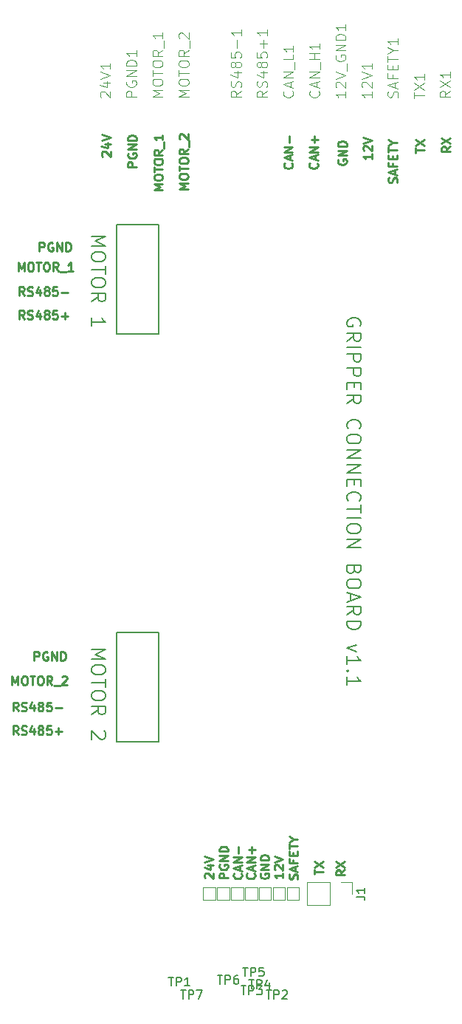
<source format=gbr>
%TF.GenerationSoftware,KiCad,Pcbnew,(5.99.0-12980-gcf6acae791)*%
%TF.CreationDate,2022-01-08T17:20:55+01:00*%
%TF.ProjectId,GRIPPER_TWO_ADVANCED_CONECTION_BOARD,47524950-5045-4525-9f54-574f5f414456,rev?*%
%TF.SameCoordinates,Original*%
%TF.FileFunction,Legend,Top*%
%TF.FilePolarity,Positive*%
%FSLAX46Y46*%
G04 Gerber Fmt 4.6, Leading zero omitted, Abs format (unit mm)*
G04 Created by KiCad (PCBNEW (5.99.0-12980-gcf6acae791)) date 2022-01-08 17:20:55*
%MOMM*%
%LPD*%
G01*
G04 APERTURE LIST*
%ADD10C,0.127000*%
%ADD11C,0.250000*%
%ADD12C,0.142240*%
%ADD13C,0.101600*%
%ADD14C,0.150000*%
%ADD15C,0.120000*%
G04 APERTURE END LIST*
D10*
X148396400Y-84811100D02*
X143596400Y-84811100D01*
X143596400Y-131561100D02*
X143596400Y-119061100D01*
X148396400Y-72311100D02*
X148396400Y-84811100D01*
X143596400Y-119061100D02*
X148396400Y-119061100D01*
X148396400Y-119061100D02*
X148396400Y-131561100D01*
X143596400Y-84811100D02*
X143596400Y-72311100D01*
X143596400Y-72311100D02*
X148396400Y-72311100D01*
X148396400Y-131561100D02*
X143596400Y-131561100D01*
D11*
X145852380Y-65685714D02*
X144852380Y-65685714D01*
X144852380Y-65304761D01*
X144900000Y-65209523D01*
X144947619Y-65161904D01*
X145042857Y-65114285D01*
X145185714Y-65114285D01*
X145280952Y-65161904D01*
X145328571Y-65209523D01*
X145376190Y-65304761D01*
X145376190Y-65685714D01*
X144900000Y-64161904D02*
X144852380Y-64257142D01*
X144852380Y-64400000D01*
X144900000Y-64542857D01*
X144995238Y-64638095D01*
X145090476Y-64685714D01*
X145280952Y-64733333D01*
X145423809Y-64733333D01*
X145614285Y-64685714D01*
X145709523Y-64638095D01*
X145804761Y-64542857D01*
X145852380Y-64400000D01*
X145852380Y-64304761D01*
X145804761Y-64161904D01*
X145757142Y-64114285D01*
X145423809Y-64114285D01*
X145423809Y-64304761D01*
X145852380Y-63685714D02*
X144852380Y-63685714D01*
X145852380Y-63114285D01*
X144852380Y-63114285D01*
X145852380Y-62638095D02*
X144852380Y-62638095D01*
X144852380Y-62400000D01*
X144900000Y-62257142D01*
X144995238Y-62161904D01*
X145090476Y-62114285D01*
X145280952Y-62066666D01*
X145423809Y-62066666D01*
X145614285Y-62114285D01*
X145709523Y-62161904D01*
X145804761Y-62257142D01*
X145852380Y-62400000D01*
X145852380Y-62638095D01*
X164304761Y-147304761D02*
X164352380Y-147161904D01*
X164352380Y-146923809D01*
X164304761Y-146828571D01*
X164257142Y-146780952D01*
X164161904Y-146733333D01*
X164066666Y-146733333D01*
X163971428Y-146780952D01*
X163923809Y-146828571D01*
X163876190Y-146923809D01*
X163828571Y-147114285D01*
X163780952Y-147209523D01*
X163733333Y-147257142D01*
X163638095Y-147304761D01*
X163542857Y-147304761D01*
X163447619Y-147257142D01*
X163400000Y-147209523D01*
X163352380Y-147114285D01*
X163352380Y-146876190D01*
X163400000Y-146733333D01*
X164066666Y-146352380D02*
X164066666Y-145876190D01*
X164352380Y-146447619D02*
X163352380Y-146114285D01*
X164352380Y-145780952D01*
X163828571Y-145114285D02*
X163828571Y-145447619D01*
X164352380Y-145447619D02*
X163352380Y-145447619D01*
X163352380Y-144971428D01*
X163828571Y-144590476D02*
X163828571Y-144257142D01*
X164352380Y-144114285D02*
X164352380Y-144590476D01*
X163352380Y-144590476D01*
X163352380Y-144114285D01*
X163352380Y-143828571D02*
X163352380Y-143257142D01*
X164352380Y-143542857D02*
X163352380Y-143542857D01*
X163876190Y-142733333D02*
X164352380Y-142733333D01*
X163352380Y-143066666D02*
X163876190Y-142733333D01*
X163352380Y-142400000D01*
X132285714Y-130752380D02*
X131952380Y-130276190D01*
X131714285Y-130752380D02*
X131714285Y-129752380D01*
X132095238Y-129752380D01*
X132190476Y-129800000D01*
X132238095Y-129847619D01*
X132285714Y-129942857D01*
X132285714Y-130085714D01*
X132238095Y-130180952D01*
X132190476Y-130228571D01*
X132095238Y-130276190D01*
X131714285Y-130276190D01*
X132666666Y-130704761D02*
X132809523Y-130752380D01*
X133047619Y-130752380D01*
X133142857Y-130704761D01*
X133190476Y-130657142D01*
X133238095Y-130561904D01*
X133238095Y-130466666D01*
X133190476Y-130371428D01*
X133142857Y-130323809D01*
X133047619Y-130276190D01*
X132857142Y-130228571D01*
X132761904Y-130180952D01*
X132714285Y-130133333D01*
X132666666Y-130038095D01*
X132666666Y-129942857D01*
X132714285Y-129847619D01*
X132761904Y-129800000D01*
X132857142Y-129752380D01*
X133095238Y-129752380D01*
X133238095Y-129800000D01*
X134095238Y-130085714D02*
X134095238Y-130752380D01*
X133857142Y-129704761D02*
X133619047Y-130419047D01*
X134238095Y-130419047D01*
X134761904Y-130180952D02*
X134666666Y-130133333D01*
X134619047Y-130085714D01*
X134571428Y-129990476D01*
X134571428Y-129942857D01*
X134619047Y-129847619D01*
X134666666Y-129800000D01*
X134761904Y-129752380D01*
X134952380Y-129752380D01*
X135047619Y-129800000D01*
X135095238Y-129847619D01*
X135142857Y-129942857D01*
X135142857Y-129990476D01*
X135095238Y-130085714D01*
X135047619Y-130133333D01*
X134952380Y-130180952D01*
X134761904Y-130180952D01*
X134666666Y-130228571D01*
X134619047Y-130276190D01*
X134571428Y-130371428D01*
X134571428Y-130561904D01*
X134619047Y-130657142D01*
X134666666Y-130704761D01*
X134761904Y-130752380D01*
X134952380Y-130752380D01*
X135047619Y-130704761D01*
X135095238Y-130657142D01*
X135142857Y-130561904D01*
X135142857Y-130371428D01*
X135095238Y-130276190D01*
X135047619Y-130228571D01*
X134952380Y-130180952D01*
X136047619Y-129752380D02*
X135571428Y-129752380D01*
X135523809Y-130228571D01*
X135571428Y-130180952D01*
X135666666Y-130133333D01*
X135904761Y-130133333D01*
X136000000Y-130180952D01*
X136047619Y-130228571D01*
X136095238Y-130323809D01*
X136095238Y-130561904D01*
X136047619Y-130657142D01*
X136000000Y-130704761D01*
X135904761Y-130752380D01*
X135666666Y-130752380D01*
X135571428Y-130704761D01*
X135523809Y-130657142D01*
X136523809Y-130371428D02*
X137285714Y-130371428D01*
X136904761Y-130752380D02*
X136904761Y-129990476D01*
X132285714Y-128052380D02*
X131952380Y-127576190D01*
X131714285Y-128052380D02*
X131714285Y-127052380D01*
X132095238Y-127052380D01*
X132190476Y-127100000D01*
X132238095Y-127147619D01*
X132285714Y-127242857D01*
X132285714Y-127385714D01*
X132238095Y-127480952D01*
X132190476Y-127528571D01*
X132095238Y-127576190D01*
X131714285Y-127576190D01*
X132666666Y-128004761D02*
X132809523Y-128052380D01*
X133047619Y-128052380D01*
X133142857Y-128004761D01*
X133190476Y-127957142D01*
X133238095Y-127861904D01*
X133238095Y-127766666D01*
X133190476Y-127671428D01*
X133142857Y-127623809D01*
X133047619Y-127576190D01*
X132857142Y-127528571D01*
X132761904Y-127480952D01*
X132714285Y-127433333D01*
X132666666Y-127338095D01*
X132666666Y-127242857D01*
X132714285Y-127147619D01*
X132761904Y-127100000D01*
X132857142Y-127052380D01*
X133095238Y-127052380D01*
X133238095Y-127100000D01*
X134095238Y-127385714D02*
X134095238Y-128052380D01*
X133857142Y-127004761D02*
X133619047Y-127719047D01*
X134238095Y-127719047D01*
X134761904Y-127480952D02*
X134666666Y-127433333D01*
X134619047Y-127385714D01*
X134571428Y-127290476D01*
X134571428Y-127242857D01*
X134619047Y-127147619D01*
X134666666Y-127100000D01*
X134761904Y-127052380D01*
X134952380Y-127052380D01*
X135047619Y-127100000D01*
X135095238Y-127147619D01*
X135142857Y-127242857D01*
X135142857Y-127290476D01*
X135095238Y-127385714D01*
X135047619Y-127433333D01*
X134952380Y-127480952D01*
X134761904Y-127480952D01*
X134666666Y-127528571D01*
X134619047Y-127576190D01*
X134571428Y-127671428D01*
X134571428Y-127861904D01*
X134619047Y-127957142D01*
X134666666Y-128004761D01*
X134761904Y-128052380D01*
X134952380Y-128052380D01*
X135047619Y-128004761D01*
X135095238Y-127957142D01*
X135142857Y-127861904D01*
X135142857Y-127671428D01*
X135095238Y-127576190D01*
X135047619Y-127528571D01*
X134952380Y-127480952D01*
X136047619Y-127052380D02*
X135571428Y-127052380D01*
X135523809Y-127528571D01*
X135571428Y-127480952D01*
X135666666Y-127433333D01*
X135904761Y-127433333D01*
X136000000Y-127480952D01*
X136047619Y-127528571D01*
X136095238Y-127623809D01*
X136095238Y-127861904D01*
X136047619Y-127957142D01*
X136000000Y-128004761D01*
X135904761Y-128052380D01*
X135666666Y-128052380D01*
X135571428Y-128004761D01*
X135523809Y-127957142D01*
X136523809Y-127671428D02*
X137285714Y-127671428D01*
X162652380Y-146619047D02*
X162652380Y-147190476D01*
X162652380Y-146904761D02*
X161652380Y-146904761D01*
X161795238Y-147000000D01*
X161890476Y-147095238D01*
X161938095Y-147190476D01*
X161747619Y-146238095D02*
X161700000Y-146190476D01*
X161652380Y-146095238D01*
X161652380Y-145857142D01*
X161700000Y-145761904D01*
X161747619Y-145714285D01*
X161842857Y-145666666D01*
X161938095Y-145666666D01*
X162080952Y-145714285D01*
X162652380Y-146285714D01*
X162652380Y-145666666D01*
X161652380Y-145380952D02*
X162652380Y-145047619D01*
X161652380Y-144714285D01*
X169752380Y-146266666D02*
X169276190Y-146600000D01*
X169752380Y-146838095D02*
X168752380Y-146838095D01*
X168752380Y-146457142D01*
X168800000Y-146361904D01*
X168847619Y-146314285D01*
X168942857Y-146266666D01*
X169085714Y-146266666D01*
X169180952Y-146314285D01*
X169228571Y-146361904D01*
X169276190Y-146457142D01*
X169276190Y-146838095D01*
X168752380Y-145933333D02*
X169752380Y-145266666D01*
X168752380Y-145266666D02*
X169752380Y-145933333D01*
X169000000Y-64861904D02*
X168952380Y-64957142D01*
X168952380Y-65100000D01*
X169000000Y-65242857D01*
X169095238Y-65338095D01*
X169190476Y-65385714D01*
X169380952Y-65433333D01*
X169523809Y-65433333D01*
X169714285Y-65385714D01*
X169809523Y-65338095D01*
X169904761Y-65242857D01*
X169952380Y-65100000D01*
X169952380Y-65004761D01*
X169904761Y-64861904D01*
X169857142Y-64814285D01*
X169523809Y-64814285D01*
X169523809Y-65004761D01*
X169952380Y-64385714D02*
X168952380Y-64385714D01*
X169952380Y-63814285D01*
X168952380Y-63814285D01*
X169952380Y-63338095D02*
X168952380Y-63338095D01*
X168952380Y-63100000D01*
X169000000Y-62957142D01*
X169095238Y-62861904D01*
X169190476Y-62814285D01*
X169380952Y-62766666D01*
X169523809Y-62766666D01*
X169714285Y-62814285D01*
X169809523Y-62861904D01*
X169904761Y-62957142D01*
X169952380Y-63100000D01*
X169952380Y-63338095D01*
D12*
X171535760Y-83938749D02*
X171613653Y-83782962D01*
X171613653Y-83549282D01*
X171535760Y-83315602D01*
X171379973Y-83159816D01*
X171224186Y-83081922D01*
X170912613Y-83004029D01*
X170678933Y-83004029D01*
X170367360Y-83081922D01*
X170211573Y-83159816D01*
X170055786Y-83315602D01*
X169977893Y-83549282D01*
X169977893Y-83705069D01*
X170055786Y-83938749D01*
X170133680Y-84016642D01*
X170678933Y-84016642D01*
X170678933Y-83705069D01*
X169977893Y-85652402D02*
X170756826Y-85107149D01*
X169977893Y-84717682D02*
X171613653Y-84717682D01*
X171613653Y-85340829D01*
X171535760Y-85496616D01*
X171457866Y-85574509D01*
X171302080Y-85652402D01*
X171068400Y-85652402D01*
X170912613Y-85574509D01*
X170834720Y-85496616D01*
X170756826Y-85340829D01*
X170756826Y-84717682D01*
X169977893Y-86353442D02*
X171613653Y-86353442D01*
X169977893Y-87132376D02*
X171613653Y-87132376D01*
X171613653Y-87755522D01*
X171535760Y-87911309D01*
X171457866Y-87989202D01*
X171302080Y-88067096D01*
X171068400Y-88067096D01*
X170912613Y-87989202D01*
X170834720Y-87911309D01*
X170756826Y-87755522D01*
X170756826Y-87132376D01*
X169977893Y-88768136D02*
X171613653Y-88768136D01*
X171613653Y-89391282D01*
X171535760Y-89547069D01*
X171457866Y-89624962D01*
X171302080Y-89702856D01*
X171068400Y-89702856D01*
X170912613Y-89624962D01*
X170834720Y-89547069D01*
X170756826Y-89391282D01*
X170756826Y-88768136D01*
X170834720Y-90403896D02*
X170834720Y-90949149D01*
X169977893Y-91182829D02*
X169977893Y-90403896D01*
X171613653Y-90403896D01*
X171613653Y-91182829D01*
X169977893Y-92818589D02*
X170756826Y-92273336D01*
X169977893Y-91883869D02*
X171613653Y-91883869D01*
X171613653Y-92507016D01*
X171535760Y-92662802D01*
X171457866Y-92740696D01*
X171302080Y-92818589D01*
X171068400Y-92818589D01*
X170912613Y-92740696D01*
X170834720Y-92662802D01*
X170756826Y-92507016D01*
X170756826Y-91883869D01*
X170133680Y-95700642D02*
X170055786Y-95622749D01*
X169977893Y-95389069D01*
X169977893Y-95233282D01*
X170055786Y-94999602D01*
X170211573Y-94843816D01*
X170367360Y-94765922D01*
X170678933Y-94688029D01*
X170912613Y-94688029D01*
X171224186Y-94765922D01*
X171379973Y-94843816D01*
X171535760Y-94999602D01*
X171613653Y-95233282D01*
X171613653Y-95389069D01*
X171535760Y-95622749D01*
X171457866Y-95700642D01*
X171613653Y-96713256D02*
X171613653Y-97024829D01*
X171535760Y-97180616D01*
X171379973Y-97336402D01*
X171068400Y-97414296D01*
X170523146Y-97414296D01*
X170211573Y-97336402D01*
X170055786Y-97180616D01*
X169977893Y-97024829D01*
X169977893Y-96713256D01*
X170055786Y-96557469D01*
X170211573Y-96401682D01*
X170523146Y-96323789D01*
X171068400Y-96323789D01*
X171379973Y-96401682D01*
X171535760Y-96557469D01*
X171613653Y-96713256D01*
X169977893Y-98115336D02*
X171613653Y-98115336D01*
X169977893Y-99050056D01*
X171613653Y-99050056D01*
X169977893Y-99828989D02*
X171613653Y-99828989D01*
X169977893Y-100763709D01*
X171613653Y-100763709D01*
X170834720Y-101542642D02*
X170834720Y-102087896D01*
X169977893Y-102321576D02*
X169977893Y-101542642D01*
X171613653Y-101542642D01*
X171613653Y-102321576D01*
X170133680Y-103957336D02*
X170055786Y-103879442D01*
X169977893Y-103645762D01*
X169977893Y-103489976D01*
X170055786Y-103256296D01*
X170211573Y-103100509D01*
X170367360Y-103022616D01*
X170678933Y-102944722D01*
X170912613Y-102944722D01*
X171224186Y-103022616D01*
X171379973Y-103100509D01*
X171535760Y-103256296D01*
X171613653Y-103489976D01*
X171613653Y-103645762D01*
X171535760Y-103879442D01*
X171457866Y-103957336D01*
X171613653Y-104424696D02*
X171613653Y-105359416D01*
X169977893Y-104892056D02*
X171613653Y-104892056D01*
X169977893Y-105904669D02*
X171613653Y-105904669D01*
X171613653Y-106995176D02*
X171613653Y-107306749D01*
X171535760Y-107462536D01*
X171379973Y-107618322D01*
X171068400Y-107696216D01*
X170523146Y-107696216D01*
X170211573Y-107618322D01*
X170055786Y-107462536D01*
X169977893Y-107306749D01*
X169977893Y-106995176D01*
X170055786Y-106839389D01*
X170211573Y-106683602D01*
X170523146Y-106605709D01*
X171068400Y-106605709D01*
X171379973Y-106683602D01*
X171535760Y-106839389D01*
X171613653Y-106995176D01*
X169977893Y-108397256D02*
X171613653Y-108397256D01*
X169977893Y-109331976D01*
X171613653Y-109331976D01*
X170834720Y-111902456D02*
X170756826Y-112136136D01*
X170678933Y-112214029D01*
X170523146Y-112291922D01*
X170289466Y-112291922D01*
X170133680Y-112214029D01*
X170055786Y-112136136D01*
X169977893Y-111980349D01*
X169977893Y-111357202D01*
X171613653Y-111357202D01*
X171613653Y-111902456D01*
X171535760Y-112058242D01*
X171457866Y-112136136D01*
X171302080Y-112214029D01*
X171146293Y-112214029D01*
X170990506Y-112136136D01*
X170912613Y-112058242D01*
X170834720Y-111902456D01*
X170834720Y-111357202D01*
X171613653Y-113304536D02*
X171613653Y-113616109D01*
X171535760Y-113771896D01*
X171379973Y-113927682D01*
X171068400Y-114005576D01*
X170523146Y-114005576D01*
X170211573Y-113927682D01*
X170055786Y-113771896D01*
X169977893Y-113616109D01*
X169977893Y-113304536D01*
X170055786Y-113148749D01*
X170211573Y-112992962D01*
X170523146Y-112915069D01*
X171068400Y-112915069D01*
X171379973Y-112992962D01*
X171535760Y-113148749D01*
X171613653Y-113304536D01*
X170445253Y-114628722D02*
X170445253Y-115407656D01*
X169977893Y-114472936D02*
X171613653Y-115018189D01*
X169977893Y-115563442D01*
X169977893Y-117043416D02*
X170756826Y-116498162D01*
X169977893Y-116108696D02*
X171613653Y-116108696D01*
X171613653Y-116731842D01*
X171535760Y-116887629D01*
X171457866Y-116965522D01*
X171302080Y-117043416D01*
X171068400Y-117043416D01*
X170912613Y-116965522D01*
X170834720Y-116887629D01*
X170756826Y-116731842D01*
X170756826Y-116108696D01*
X169977893Y-117744456D02*
X171613653Y-117744456D01*
X171613653Y-118133922D01*
X171535760Y-118367602D01*
X171379973Y-118523389D01*
X171224186Y-118601282D01*
X170912613Y-118679176D01*
X170678933Y-118679176D01*
X170367360Y-118601282D01*
X170211573Y-118523389D01*
X170055786Y-118367602D01*
X169977893Y-118133922D01*
X169977893Y-117744456D01*
X171068400Y-120470722D02*
X169977893Y-120860189D01*
X171068400Y-121249656D01*
X169977893Y-122729629D02*
X169977893Y-121794909D01*
X169977893Y-122262269D02*
X171613653Y-122262269D01*
X171379973Y-122106482D01*
X171224186Y-121950696D01*
X171146293Y-121794909D01*
X170133680Y-123430669D02*
X170055786Y-123508562D01*
X169977893Y-123430669D01*
X170055786Y-123352776D01*
X170133680Y-123430669D01*
X169977893Y-123430669D01*
X169977893Y-125066429D02*
X169977893Y-124131709D01*
X169977893Y-124599069D02*
X171613653Y-124599069D01*
X171379973Y-124443282D01*
X171224186Y-124287496D01*
X171146293Y-124131709D01*
D11*
X131580952Y-125052380D02*
X131580952Y-124052380D01*
X131914285Y-124766666D01*
X132247619Y-124052380D01*
X132247619Y-125052380D01*
X132914285Y-124052380D02*
X133104761Y-124052380D01*
X133200000Y-124100000D01*
X133295238Y-124195238D01*
X133342857Y-124385714D01*
X133342857Y-124719047D01*
X133295238Y-124909523D01*
X133200000Y-125004761D01*
X133104761Y-125052380D01*
X132914285Y-125052380D01*
X132819047Y-125004761D01*
X132723809Y-124909523D01*
X132676190Y-124719047D01*
X132676190Y-124385714D01*
X132723809Y-124195238D01*
X132819047Y-124100000D01*
X132914285Y-124052380D01*
X133628571Y-124052380D02*
X134200000Y-124052380D01*
X133914285Y-125052380D02*
X133914285Y-124052380D01*
X134723809Y-124052380D02*
X134914285Y-124052380D01*
X135009523Y-124100000D01*
X135104761Y-124195238D01*
X135152380Y-124385714D01*
X135152380Y-124719047D01*
X135104761Y-124909523D01*
X135009523Y-125004761D01*
X134914285Y-125052380D01*
X134723809Y-125052380D01*
X134628571Y-125004761D01*
X134533333Y-124909523D01*
X134485714Y-124719047D01*
X134485714Y-124385714D01*
X134533333Y-124195238D01*
X134628571Y-124100000D01*
X134723809Y-124052380D01*
X136152380Y-125052380D02*
X135819047Y-124576190D01*
X135580952Y-125052380D02*
X135580952Y-124052380D01*
X135961904Y-124052380D01*
X136057142Y-124100000D01*
X136104761Y-124147619D01*
X136152380Y-124242857D01*
X136152380Y-124385714D01*
X136104761Y-124480952D01*
X136057142Y-124528571D01*
X135961904Y-124576190D01*
X135580952Y-124576190D01*
X136342857Y-125147619D02*
X137104761Y-125147619D01*
X137295238Y-124147619D02*
X137342857Y-124100000D01*
X137438095Y-124052380D01*
X137676190Y-124052380D01*
X137771428Y-124100000D01*
X137819047Y-124147619D01*
X137866666Y-124242857D01*
X137866666Y-124338095D01*
X137819047Y-124480952D01*
X137247619Y-125052380D01*
X137866666Y-125052380D01*
X166252380Y-146761904D02*
X166252380Y-146190476D01*
X167252380Y-146476190D02*
X166252380Y-146476190D01*
X166252380Y-145952380D02*
X167252380Y-145285714D01*
X166252380Y-145285714D02*
X167252380Y-145952380D01*
X134714285Y-75352380D02*
X134714285Y-74352380D01*
X135095238Y-74352380D01*
X135190476Y-74400000D01*
X135238095Y-74447619D01*
X135285714Y-74542857D01*
X135285714Y-74685714D01*
X135238095Y-74780952D01*
X135190476Y-74828571D01*
X135095238Y-74876190D01*
X134714285Y-74876190D01*
X136238095Y-74400000D02*
X136142857Y-74352380D01*
X136000000Y-74352380D01*
X135857142Y-74400000D01*
X135761904Y-74495238D01*
X135714285Y-74590476D01*
X135666666Y-74780952D01*
X135666666Y-74923809D01*
X135714285Y-75114285D01*
X135761904Y-75209523D01*
X135857142Y-75304761D01*
X136000000Y-75352380D01*
X136095238Y-75352380D01*
X136238095Y-75304761D01*
X136285714Y-75257142D01*
X136285714Y-74923809D01*
X136095238Y-74923809D01*
X136714285Y-75352380D02*
X136714285Y-74352380D01*
X137285714Y-75352380D01*
X137285714Y-74352380D01*
X137761904Y-75352380D02*
X137761904Y-74352380D01*
X138000000Y-74352380D01*
X138142857Y-74400000D01*
X138238095Y-74495238D01*
X138285714Y-74590476D01*
X138333333Y-74780952D01*
X138333333Y-74923809D01*
X138285714Y-75114285D01*
X138238095Y-75209523D01*
X138142857Y-75304761D01*
X138000000Y-75352380D01*
X137761904Y-75352380D01*
X181852380Y-63366666D02*
X181376190Y-63700000D01*
X181852380Y-63938095D02*
X180852380Y-63938095D01*
X180852380Y-63557142D01*
X180900000Y-63461904D01*
X180947619Y-63414285D01*
X181042857Y-63366666D01*
X181185714Y-63366666D01*
X181280952Y-63414285D01*
X181328571Y-63461904D01*
X181376190Y-63557142D01*
X181376190Y-63938095D01*
X180852380Y-63033333D02*
X181852380Y-62366666D01*
X180852380Y-62366666D02*
X181852380Y-63033333D01*
X159357142Y-146661904D02*
X159404761Y-146709523D01*
X159452380Y-146852380D01*
X159452380Y-146947619D01*
X159404761Y-147090476D01*
X159309523Y-147185714D01*
X159214285Y-147233333D01*
X159023809Y-147280952D01*
X158880952Y-147280952D01*
X158690476Y-147233333D01*
X158595238Y-147185714D01*
X158500000Y-147090476D01*
X158452380Y-146947619D01*
X158452380Y-146852380D01*
X158500000Y-146709523D01*
X158547619Y-146661904D01*
X159166666Y-146280952D02*
X159166666Y-145804761D01*
X159452380Y-146376190D02*
X158452380Y-146042857D01*
X159452380Y-145709523D01*
X159452380Y-145376190D02*
X158452380Y-145376190D01*
X159452380Y-144804761D01*
X158452380Y-144804761D01*
X159071428Y-144328571D02*
X159071428Y-143566666D01*
X159452380Y-143947619D02*
X158690476Y-143947619D01*
X175704761Y-67504761D02*
X175752380Y-67361904D01*
X175752380Y-67123809D01*
X175704761Y-67028571D01*
X175657142Y-66980952D01*
X175561904Y-66933333D01*
X175466666Y-66933333D01*
X175371428Y-66980952D01*
X175323809Y-67028571D01*
X175276190Y-67123809D01*
X175228571Y-67314285D01*
X175180952Y-67409523D01*
X175133333Y-67457142D01*
X175038095Y-67504761D01*
X174942857Y-67504761D01*
X174847619Y-67457142D01*
X174800000Y-67409523D01*
X174752380Y-67314285D01*
X174752380Y-67076190D01*
X174800000Y-66933333D01*
X175466666Y-66552380D02*
X175466666Y-66076190D01*
X175752380Y-66647619D02*
X174752380Y-66314285D01*
X175752380Y-65980952D01*
X175228571Y-65314285D02*
X175228571Y-65647619D01*
X175752380Y-65647619D02*
X174752380Y-65647619D01*
X174752380Y-65171428D01*
X175228571Y-64790476D02*
X175228571Y-64457142D01*
X175752380Y-64314285D02*
X175752380Y-64790476D01*
X174752380Y-64790476D01*
X174752380Y-64314285D01*
X174752380Y-64028571D02*
X174752380Y-63457142D01*
X175752380Y-63742857D02*
X174752380Y-63742857D01*
X175276190Y-62933333D02*
X175752380Y-62933333D01*
X174752380Y-63266666D02*
X175276190Y-62933333D01*
X174752380Y-62600000D01*
X132985714Y-83152380D02*
X132652380Y-82676190D01*
X132414285Y-83152380D02*
X132414285Y-82152380D01*
X132795238Y-82152380D01*
X132890476Y-82200000D01*
X132938095Y-82247619D01*
X132985714Y-82342857D01*
X132985714Y-82485714D01*
X132938095Y-82580952D01*
X132890476Y-82628571D01*
X132795238Y-82676190D01*
X132414285Y-82676190D01*
X133366666Y-83104761D02*
X133509523Y-83152380D01*
X133747619Y-83152380D01*
X133842857Y-83104761D01*
X133890476Y-83057142D01*
X133938095Y-82961904D01*
X133938095Y-82866666D01*
X133890476Y-82771428D01*
X133842857Y-82723809D01*
X133747619Y-82676190D01*
X133557142Y-82628571D01*
X133461904Y-82580952D01*
X133414285Y-82533333D01*
X133366666Y-82438095D01*
X133366666Y-82342857D01*
X133414285Y-82247619D01*
X133461904Y-82200000D01*
X133557142Y-82152380D01*
X133795238Y-82152380D01*
X133938095Y-82200000D01*
X134795238Y-82485714D02*
X134795238Y-83152380D01*
X134557142Y-82104761D02*
X134319047Y-82819047D01*
X134938095Y-82819047D01*
X135461904Y-82580952D02*
X135366666Y-82533333D01*
X135319047Y-82485714D01*
X135271428Y-82390476D01*
X135271428Y-82342857D01*
X135319047Y-82247619D01*
X135366666Y-82200000D01*
X135461904Y-82152380D01*
X135652380Y-82152380D01*
X135747619Y-82200000D01*
X135795238Y-82247619D01*
X135842857Y-82342857D01*
X135842857Y-82390476D01*
X135795238Y-82485714D01*
X135747619Y-82533333D01*
X135652380Y-82580952D01*
X135461904Y-82580952D01*
X135366666Y-82628571D01*
X135319047Y-82676190D01*
X135271428Y-82771428D01*
X135271428Y-82961904D01*
X135319047Y-83057142D01*
X135366666Y-83104761D01*
X135461904Y-83152380D01*
X135652380Y-83152380D01*
X135747619Y-83104761D01*
X135795238Y-83057142D01*
X135842857Y-82961904D01*
X135842857Y-82771428D01*
X135795238Y-82676190D01*
X135747619Y-82628571D01*
X135652380Y-82580952D01*
X136747619Y-82152380D02*
X136271428Y-82152380D01*
X136223809Y-82628571D01*
X136271428Y-82580952D01*
X136366666Y-82533333D01*
X136604761Y-82533333D01*
X136700000Y-82580952D01*
X136747619Y-82628571D01*
X136795238Y-82723809D01*
X136795238Y-82961904D01*
X136747619Y-83057142D01*
X136700000Y-83104761D01*
X136604761Y-83152380D01*
X136366666Y-83152380D01*
X136271428Y-83104761D01*
X136223809Y-83057142D01*
X137223809Y-82771428D02*
X137985714Y-82771428D01*
X137604761Y-83152380D02*
X137604761Y-82390476D01*
X151752380Y-68219047D02*
X150752380Y-68219047D01*
X151466666Y-67885714D01*
X150752380Y-67552380D01*
X151752380Y-67552380D01*
X150752380Y-66885714D02*
X150752380Y-66695238D01*
X150800000Y-66600000D01*
X150895238Y-66504761D01*
X151085714Y-66457142D01*
X151419047Y-66457142D01*
X151609523Y-66504761D01*
X151704761Y-66600000D01*
X151752380Y-66695238D01*
X151752380Y-66885714D01*
X151704761Y-66980952D01*
X151609523Y-67076190D01*
X151419047Y-67123809D01*
X151085714Y-67123809D01*
X150895238Y-67076190D01*
X150800000Y-66980952D01*
X150752380Y-66885714D01*
X150752380Y-66171428D02*
X150752380Y-65600000D01*
X151752380Y-65885714D02*
X150752380Y-65885714D01*
X150752380Y-65076190D02*
X150752380Y-64885714D01*
X150800000Y-64790476D01*
X150895238Y-64695238D01*
X151085714Y-64647619D01*
X151419047Y-64647619D01*
X151609523Y-64695238D01*
X151704761Y-64790476D01*
X151752380Y-64885714D01*
X151752380Y-65076190D01*
X151704761Y-65171428D01*
X151609523Y-65266666D01*
X151419047Y-65314285D01*
X151085714Y-65314285D01*
X150895238Y-65266666D01*
X150800000Y-65171428D01*
X150752380Y-65076190D01*
X151752380Y-63647619D02*
X151276190Y-63980952D01*
X151752380Y-64219047D02*
X150752380Y-64219047D01*
X150752380Y-63838095D01*
X150800000Y-63742857D01*
X150847619Y-63695238D01*
X150942857Y-63647619D01*
X151085714Y-63647619D01*
X151180952Y-63695238D01*
X151228571Y-63742857D01*
X151276190Y-63838095D01*
X151276190Y-64219047D01*
X151847619Y-63457142D02*
X151847619Y-62695238D01*
X150847619Y-62504761D02*
X150800000Y-62457142D01*
X150752380Y-62361904D01*
X150752380Y-62123809D01*
X150800000Y-62028571D01*
X150847619Y-61980952D01*
X150942857Y-61933333D01*
X151038095Y-61933333D01*
X151180952Y-61980952D01*
X151752380Y-62552380D01*
X151752380Y-61933333D01*
X132985714Y-80452380D02*
X132652380Y-79976190D01*
X132414285Y-80452380D02*
X132414285Y-79452380D01*
X132795238Y-79452380D01*
X132890476Y-79500000D01*
X132938095Y-79547619D01*
X132985714Y-79642857D01*
X132985714Y-79785714D01*
X132938095Y-79880952D01*
X132890476Y-79928571D01*
X132795238Y-79976190D01*
X132414285Y-79976190D01*
X133366666Y-80404761D02*
X133509523Y-80452380D01*
X133747619Y-80452380D01*
X133842857Y-80404761D01*
X133890476Y-80357142D01*
X133938095Y-80261904D01*
X133938095Y-80166666D01*
X133890476Y-80071428D01*
X133842857Y-80023809D01*
X133747619Y-79976190D01*
X133557142Y-79928571D01*
X133461904Y-79880952D01*
X133414285Y-79833333D01*
X133366666Y-79738095D01*
X133366666Y-79642857D01*
X133414285Y-79547619D01*
X133461904Y-79500000D01*
X133557142Y-79452380D01*
X133795238Y-79452380D01*
X133938095Y-79500000D01*
X134795238Y-79785714D02*
X134795238Y-80452380D01*
X134557142Y-79404761D02*
X134319047Y-80119047D01*
X134938095Y-80119047D01*
X135461904Y-79880952D02*
X135366666Y-79833333D01*
X135319047Y-79785714D01*
X135271428Y-79690476D01*
X135271428Y-79642857D01*
X135319047Y-79547619D01*
X135366666Y-79500000D01*
X135461904Y-79452380D01*
X135652380Y-79452380D01*
X135747619Y-79500000D01*
X135795238Y-79547619D01*
X135842857Y-79642857D01*
X135842857Y-79690476D01*
X135795238Y-79785714D01*
X135747619Y-79833333D01*
X135652380Y-79880952D01*
X135461904Y-79880952D01*
X135366666Y-79928571D01*
X135319047Y-79976190D01*
X135271428Y-80071428D01*
X135271428Y-80261904D01*
X135319047Y-80357142D01*
X135366666Y-80404761D01*
X135461904Y-80452380D01*
X135652380Y-80452380D01*
X135747619Y-80404761D01*
X135795238Y-80357142D01*
X135842857Y-80261904D01*
X135842857Y-80071428D01*
X135795238Y-79976190D01*
X135747619Y-79928571D01*
X135652380Y-79880952D01*
X136747619Y-79452380D02*
X136271428Y-79452380D01*
X136223809Y-79928571D01*
X136271428Y-79880952D01*
X136366666Y-79833333D01*
X136604761Y-79833333D01*
X136700000Y-79880952D01*
X136747619Y-79928571D01*
X136795238Y-80023809D01*
X136795238Y-80261904D01*
X136747619Y-80357142D01*
X136700000Y-80404761D01*
X136604761Y-80452380D01*
X136366666Y-80452380D01*
X136271428Y-80404761D01*
X136223809Y-80357142D01*
X137223809Y-80071428D02*
X137985714Y-80071428D01*
X153747619Y-147190476D02*
X153700000Y-147142857D01*
X153652380Y-147047619D01*
X153652380Y-146809523D01*
X153700000Y-146714285D01*
X153747619Y-146666666D01*
X153842857Y-146619047D01*
X153938095Y-146619047D01*
X154080952Y-146666666D01*
X154652380Y-147238095D01*
X154652380Y-146619047D01*
X153985714Y-145761904D02*
X154652380Y-145761904D01*
X153604761Y-146000000D02*
X154319047Y-146238095D01*
X154319047Y-145619047D01*
X153652380Y-145380952D02*
X154652380Y-145047619D01*
X153652380Y-144714285D01*
X132280952Y-77652380D02*
X132280952Y-76652380D01*
X132614285Y-77366666D01*
X132947619Y-76652380D01*
X132947619Y-77652380D01*
X133614285Y-76652380D02*
X133804761Y-76652380D01*
X133900000Y-76700000D01*
X133995238Y-76795238D01*
X134042857Y-76985714D01*
X134042857Y-77319047D01*
X133995238Y-77509523D01*
X133900000Y-77604761D01*
X133804761Y-77652380D01*
X133614285Y-77652380D01*
X133519047Y-77604761D01*
X133423809Y-77509523D01*
X133376190Y-77319047D01*
X133376190Y-76985714D01*
X133423809Y-76795238D01*
X133519047Y-76700000D01*
X133614285Y-76652380D01*
X134328571Y-76652380D02*
X134900000Y-76652380D01*
X134614285Y-77652380D02*
X134614285Y-76652380D01*
X135423809Y-76652380D02*
X135614285Y-76652380D01*
X135709523Y-76700000D01*
X135804761Y-76795238D01*
X135852380Y-76985714D01*
X135852380Y-77319047D01*
X135804761Y-77509523D01*
X135709523Y-77604761D01*
X135614285Y-77652380D01*
X135423809Y-77652380D01*
X135328571Y-77604761D01*
X135233333Y-77509523D01*
X135185714Y-77319047D01*
X135185714Y-76985714D01*
X135233333Y-76795238D01*
X135328571Y-76700000D01*
X135423809Y-76652380D01*
X136852380Y-77652380D02*
X136519047Y-77176190D01*
X136280952Y-77652380D02*
X136280952Y-76652380D01*
X136661904Y-76652380D01*
X136757142Y-76700000D01*
X136804761Y-76747619D01*
X136852380Y-76842857D01*
X136852380Y-76985714D01*
X136804761Y-77080952D01*
X136757142Y-77128571D01*
X136661904Y-77176190D01*
X136280952Y-77176190D01*
X137042857Y-77747619D02*
X137804761Y-77747619D01*
X138566666Y-77652380D02*
X137995238Y-77652380D01*
X138280952Y-77652380D02*
X138280952Y-76652380D01*
X138185714Y-76795238D01*
X138090476Y-76890476D01*
X137995238Y-76938095D01*
X141947619Y-64490476D02*
X141900000Y-64442857D01*
X141852380Y-64347619D01*
X141852380Y-64109523D01*
X141900000Y-64014285D01*
X141947619Y-63966666D01*
X142042857Y-63919047D01*
X142138095Y-63919047D01*
X142280952Y-63966666D01*
X142852380Y-64538095D01*
X142852380Y-63919047D01*
X142185714Y-63061904D02*
X142852380Y-63061904D01*
X141804761Y-63300000D02*
X142519047Y-63538095D01*
X142519047Y-62919047D01*
X141852380Y-62680952D02*
X142852380Y-62347619D01*
X141852380Y-62014285D01*
X166557142Y-65261904D02*
X166604761Y-65309523D01*
X166652380Y-65452380D01*
X166652380Y-65547619D01*
X166604761Y-65690476D01*
X166509523Y-65785714D01*
X166414285Y-65833333D01*
X166223809Y-65880952D01*
X166080952Y-65880952D01*
X165890476Y-65833333D01*
X165795238Y-65785714D01*
X165700000Y-65690476D01*
X165652380Y-65547619D01*
X165652380Y-65452380D01*
X165700000Y-65309523D01*
X165747619Y-65261904D01*
X166366666Y-64880952D02*
X166366666Y-64404761D01*
X166652380Y-64976190D02*
X165652380Y-64642857D01*
X166652380Y-64309523D01*
X166652380Y-63976190D02*
X165652380Y-63976190D01*
X166652380Y-63404761D01*
X165652380Y-63404761D01*
X166271428Y-62928571D02*
X166271428Y-62166666D01*
X166652380Y-62547619D02*
X165890476Y-62547619D01*
X157857142Y-146661904D02*
X157904761Y-146709523D01*
X157952380Y-146852380D01*
X157952380Y-146947619D01*
X157904761Y-147090476D01*
X157809523Y-147185714D01*
X157714285Y-147233333D01*
X157523809Y-147280952D01*
X157380952Y-147280952D01*
X157190476Y-147233333D01*
X157095238Y-147185714D01*
X157000000Y-147090476D01*
X156952380Y-146947619D01*
X156952380Y-146852380D01*
X157000000Y-146709523D01*
X157047619Y-146661904D01*
X157666666Y-146280952D02*
X157666666Y-145804761D01*
X157952380Y-146376190D02*
X156952380Y-146042857D01*
X157952380Y-145709523D01*
X157952380Y-145376190D02*
X156952380Y-145376190D01*
X157952380Y-144804761D01*
X156952380Y-144804761D01*
X157571428Y-144328571D02*
X157571428Y-143566666D01*
X148852380Y-68319047D02*
X147852380Y-68319047D01*
X148566666Y-67985714D01*
X147852380Y-67652380D01*
X148852380Y-67652380D01*
X147852380Y-66985714D02*
X147852380Y-66795238D01*
X147900000Y-66700000D01*
X147995238Y-66604761D01*
X148185714Y-66557142D01*
X148519047Y-66557142D01*
X148709523Y-66604761D01*
X148804761Y-66700000D01*
X148852380Y-66795238D01*
X148852380Y-66985714D01*
X148804761Y-67080952D01*
X148709523Y-67176190D01*
X148519047Y-67223809D01*
X148185714Y-67223809D01*
X147995238Y-67176190D01*
X147900000Y-67080952D01*
X147852380Y-66985714D01*
X147852380Y-66271428D02*
X147852380Y-65700000D01*
X148852380Y-65985714D02*
X147852380Y-65985714D01*
X147852380Y-65176190D02*
X147852380Y-64985714D01*
X147900000Y-64890476D01*
X147995238Y-64795238D01*
X148185714Y-64747619D01*
X148519047Y-64747619D01*
X148709523Y-64795238D01*
X148804761Y-64890476D01*
X148852380Y-64985714D01*
X148852380Y-65176190D01*
X148804761Y-65271428D01*
X148709523Y-65366666D01*
X148519047Y-65414285D01*
X148185714Y-65414285D01*
X147995238Y-65366666D01*
X147900000Y-65271428D01*
X147852380Y-65176190D01*
X148852380Y-63747619D02*
X148376190Y-64080952D01*
X148852380Y-64319047D02*
X147852380Y-64319047D01*
X147852380Y-63938095D01*
X147900000Y-63842857D01*
X147947619Y-63795238D01*
X148042857Y-63747619D01*
X148185714Y-63747619D01*
X148280952Y-63795238D01*
X148328571Y-63842857D01*
X148376190Y-63938095D01*
X148376190Y-64319047D01*
X148947619Y-63557142D02*
X148947619Y-62795238D01*
X148852380Y-62033333D02*
X148852380Y-62604761D01*
X148852380Y-62319047D02*
X147852380Y-62319047D01*
X147995238Y-62414285D01*
X148090476Y-62509523D01*
X148138095Y-62604761D01*
X163657142Y-65261904D02*
X163704761Y-65309523D01*
X163752380Y-65452380D01*
X163752380Y-65547619D01*
X163704761Y-65690476D01*
X163609523Y-65785714D01*
X163514285Y-65833333D01*
X163323809Y-65880952D01*
X163180952Y-65880952D01*
X162990476Y-65833333D01*
X162895238Y-65785714D01*
X162800000Y-65690476D01*
X162752380Y-65547619D01*
X162752380Y-65452380D01*
X162800000Y-65309523D01*
X162847619Y-65261904D01*
X163466666Y-64880952D02*
X163466666Y-64404761D01*
X163752380Y-64976190D02*
X162752380Y-64642857D01*
X163752380Y-64309523D01*
X163752380Y-63976190D02*
X162752380Y-63976190D01*
X163752380Y-63404761D01*
X162752380Y-63404761D01*
X163371428Y-62928571D02*
X163371428Y-62166666D01*
D12*
X140675893Y-73673422D02*
X142311653Y-73673422D01*
X141143253Y-74218676D01*
X142311653Y-74763929D01*
X140675893Y-74763929D01*
X142311653Y-75854436D02*
X142311653Y-76166009D01*
X142233760Y-76321796D01*
X142077973Y-76477582D01*
X141766400Y-76555476D01*
X141221146Y-76555476D01*
X140909573Y-76477582D01*
X140753786Y-76321796D01*
X140675893Y-76166009D01*
X140675893Y-75854436D01*
X140753786Y-75698649D01*
X140909573Y-75542862D01*
X141221146Y-75464969D01*
X141766400Y-75464969D01*
X142077973Y-75542862D01*
X142233760Y-75698649D01*
X142311653Y-75854436D01*
X142311653Y-77022836D02*
X142311653Y-77957556D01*
X140675893Y-77490196D02*
X142311653Y-77490196D01*
X142311653Y-78814382D02*
X142311653Y-79125956D01*
X142233760Y-79281742D01*
X142077973Y-79437529D01*
X141766400Y-79515422D01*
X141221146Y-79515422D01*
X140909573Y-79437529D01*
X140753786Y-79281742D01*
X140675893Y-79125956D01*
X140675893Y-78814382D01*
X140753786Y-78658596D01*
X140909573Y-78502809D01*
X141221146Y-78424916D01*
X141766400Y-78424916D01*
X142077973Y-78502809D01*
X142233760Y-78658596D01*
X142311653Y-78814382D01*
X140675893Y-81151182D02*
X141454826Y-80605929D01*
X140675893Y-80216462D02*
X142311653Y-80216462D01*
X142311653Y-80839609D01*
X142233760Y-80995396D01*
X142155866Y-81073289D01*
X142000080Y-81151182D01*
X141766400Y-81151182D01*
X141610613Y-81073289D01*
X141532720Y-80995396D01*
X141454826Y-80839609D01*
X141454826Y-80216462D01*
X140675893Y-83955342D02*
X140675893Y-83020622D01*
X140675893Y-83487982D02*
X142311653Y-83487982D01*
X142077973Y-83332196D01*
X141922186Y-83176409D01*
X141844293Y-83020622D01*
D11*
X134114285Y-122252380D02*
X134114285Y-121252380D01*
X134495238Y-121252380D01*
X134590476Y-121300000D01*
X134638095Y-121347619D01*
X134685714Y-121442857D01*
X134685714Y-121585714D01*
X134638095Y-121680952D01*
X134590476Y-121728571D01*
X134495238Y-121776190D01*
X134114285Y-121776190D01*
X135638095Y-121300000D02*
X135542857Y-121252380D01*
X135400000Y-121252380D01*
X135257142Y-121300000D01*
X135161904Y-121395238D01*
X135114285Y-121490476D01*
X135066666Y-121680952D01*
X135066666Y-121823809D01*
X135114285Y-122014285D01*
X135161904Y-122109523D01*
X135257142Y-122204761D01*
X135400000Y-122252380D01*
X135495238Y-122252380D01*
X135638095Y-122204761D01*
X135685714Y-122157142D01*
X135685714Y-121823809D01*
X135495238Y-121823809D01*
X136114285Y-122252380D02*
X136114285Y-121252380D01*
X136685714Y-122252380D01*
X136685714Y-121252380D01*
X137161904Y-122252380D02*
X137161904Y-121252380D01*
X137400000Y-121252380D01*
X137542857Y-121300000D01*
X137638095Y-121395238D01*
X137685714Y-121490476D01*
X137733333Y-121680952D01*
X137733333Y-121823809D01*
X137685714Y-122014285D01*
X137638095Y-122109523D01*
X137542857Y-122204761D01*
X137400000Y-122252380D01*
X137161904Y-122252380D01*
X177852380Y-64061904D02*
X177852380Y-63490476D01*
X178852380Y-63776190D02*
X177852380Y-63776190D01*
X177852380Y-63252380D02*
X178852380Y-62585714D01*
X177852380Y-62585714D02*
X178852380Y-63252380D01*
X160100000Y-146661904D02*
X160052380Y-146757142D01*
X160052380Y-146900000D01*
X160100000Y-147042857D01*
X160195238Y-147138095D01*
X160290476Y-147185714D01*
X160480952Y-147233333D01*
X160623809Y-147233333D01*
X160814285Y-147185714D01*
X160909523Y-147138095D01*
X161004761Y-147042857D01*
X161052380Y-146900000D01*
X161052380Y-146804761D01*
X161004761Y-146661904D01*
X160957142Y-146614285D01*
X160623809Y-146614285D01*
X160623809Y-146804761D01*
X161052380Y-146185714D02*
X160052380Y-146185714D01*
X161052380Y-145614285D01*
X160052380Y-145614285D01*
X161052380Y-145138095D02*
X160052380Y-145138095D01*
X160052380Y-144900000D01*
X160100000Y-144757142D01*
X160195238Y-144661904D01*
X160290476Y-144614285D01*
X160480952Y-144566666D01*
X160623809Y-144566666D01*
X160814285Y-144614285D01*
X160909523Y-144661904D01*
X161004761Y-144757142D01*
X161052380Y-144900000D01*
X161052380Y-145138095D01*
D12*
X140675893Y-121003022D02*
X142311653Y-121003022D01*
X141143253Y-121548276D01*
X142311653Y-122093529D01*
X140675893Y-122093529D01*
X142311653Y-123184036D02*
X142311653Y-123495609D01*
X142233760Y-123651396D01*
X142077973Y-123807182D01*
X141766400Y-123885076D01*
X141221146Y-123885076D01*
X140909573Y-123807182D01*
X140753786Y-123651396D01*
X140675893Y-123495609D01*
X140675893Y-123184036D01*
X140753786Y-123028249D01*
X140909573Y-122872462D01*
X141221146Y-122794569D01*
X141766400Y-122794569D01*
X142077973Y-122872462D01*
X142233760Y-123028249D01*
X142311653Y-123184036D01*
X142311653Y-124352436D02*
X142311653Y-125287156D01*
X140675893Y-124819796D02*
X142311653Y-124819796D01*
X142311653Y-126143982D02*
X142311653Y-126455556D01*
X142233760Y-126611342D01*
X142077973Y-126767129D01*
X141766400Y-126845022D01*
X141221146Y-126845022D01*
X140909573Y-126767129D01*
X140753786Y-126611342D01*
X140675893Y-126455556D01*
X140675893Y-126143982D01*
X140753786Y-125988196D01*
X140909573Y-125832409D01*
X141221146Y-125754516D01*
X141766400Y-125754516D01*
X142077973Y-125832409D01*
X142233760Y-125988196D01*
X142311653Y-126143982D01*
X140675893Y-128480782D02*
X141454826Y-127935529D01*
X140675893Y-127546062D02*
X142311653Y-127546062D01*
X142311653Y-128169209D01*
X142233760Y-128324996D01*
X142155866Y-128402889D01*
X142000080Y-128480782D01*
X141766400Y-128480782D01*
X141610613Y-128402889D01*
X141532720Y-128324996D01*
X141454826Y-128169209D01*
X141454826Y-127546062D01*
X142155866Y-130350222D02*
X142233760Y-130428116D01*
X142311653Y-130583902D01*
X142311653Y-130973369D01*
X142233760Y-131129156D01*
X142155866Y-131207049D01*
X142000080Y-131284942D01*
X141844293Y-131284942D01*
X141610613Y-131207049D01*
X140675893Y-130272329D01*
X140675893Y-131284942D01*
D11*
X156352380Y-147185714D02*
X155352380Y-147185714D01*
X155352380Y-146804761D01*
X155400000Y-146709523D01*
X155447619Y-146661904D01*
X155542857Y-146614285D01*
X155685714Y-146614285D01*
X155780952Y-146661904D01*
X155828571Y-146709523D01*
X155876190Y-146804761D01*
X155876190Y-147185714D01*
X155400000Y-145661904D02*
X155352380Y-145757142D01*
X155352380Y-145900000D01*
X155400000Y-146042857D01*
X155495238Y-146138095D01*
X155590476Y-146185714D01*
X155780952Y-146233333D01*
X155923809Y-146233333D01*
X156114285Y-146185714D01*
X156209523Y-146138095D01*
X156304761Y-146042857D01*
X156352380Y-145900000D01*
X156352380Y-145804761D01*
X156304761Y-145661904D01*
X156257142Y-145614285D01*
X155923809Y-145614285D01*
X155923809Y-145804761D01*
X156352380Y-145185714D02*
X155352380Y-145185714D01*
X156352380Y-144614285D01*
X155352380Y-144614285D01*
X156352380Y-144138095D02*
X155352380Y-144138095D01*
X155352380Y-143900000D01*
X155400000Y-143757142D01*
X155495238Y-143661904D01*
X155590476Y-143614285D01*
X155780952Y-143566666D01*
X155923809Y-143566666D01*
X156114285Y-143614285D01*
X156209523Y-143661904D01*
X156304761Y-143757142D01*
X156352380Y-143900000D01*
X156352380Y-144138095D01*
X172852380Y-64219047D02*
X172852380Y-64790476D01*
X172852380Y-64504761D02*
X171852380Y-64504761D01*
X171995238Y-64600000D01*
X172090476Y-64695238D01*
X172138095Y-64790476D01*
X171947619Y-63838095D02*
X171900000Y-63790476D01*
X171852380Y-63695238D01*
X171852380Y-63457142D01*
X171900000Y-63361904D01*
X171947619Y-63314285D01*
X172042857Y-63266666D01*
X172138095Y-63266666D01*
X172280952Y-63314285D01*
X172852380Y-63885714D01*
X172852380Y-63266666D01*
X171852380Y-62980952D02*
X172852380Y-62647619D01*
X171852380Y-62314285D01*
D13*
%TO.C,MOTOR_2*%
X151844361Y-57655769D02*
X150675961Y-57655769D01*
X151510533Y-57266302D01*
X150675961Y-56876836D01*
X151844361Y-56876836D01*
X150675961Y-56097902D02*
X150675961Y-55875350D01*
X150731600Y-55764074D01*
X150842876Y-55652798D01*
X151065428Y-55597160D01*
X151454895Y-55597160D01*
X151677447Y-55652798D01*
X151788723Y-55764074D01*
X151844361Y-55875350D01*
X151844361Y-56097902D01*
X151788723Y-56209179D01*
X151677447Y-56320455D01*
X151454895Y-56376093D01*
X151065428Y-56376093D01*
X150842876Y-56320455D01*
X150731600Y-56209179D01*
X150675961Y-56097902D01*
X150675961Y-55263331D02*
X150675961Y-54595674D01*
X151844361Y-54929502D02*
X150675961Y-54929502D01*
X150675961Y-53983655D02*
X150675961Y-53761102D01*
X150731600Y-53649826D01*
X150842876Y-53538550D01*
X151065428Y-53482912D01*
X151454895Y-53482912D01*
X151677447Y-53538550D01*
X151788723Y-53649826D01*
X151844361Y-53761102D01*
X151844361Y-53983655D01*
X151788723Y-54094931D01*
X151677447Y-54206207D01*
X151454895Y-54261845D01*
X151065428Y-54261845D01*
X150842876Y-54206207D01*
X150731600Y-54094931D01*
X150675961Y-53983655D01*
X151844361Y-52314512D02*
X151287980Y-52703979D01*
X151844361Y-52982169D02*
X150675961Y-52982169D01*
X150675961Y-52537064D01*
X150731600Y-52425788D01*
X150787238Y-52370150D01*
X150898514Y-52314512D01*
X151065428Y-52314512D01*
X151176704Y-52370150D01*
X151232342Y-52425788D01*
X151287980Y-52537064D01*
X151287980Y-52982169D01*
X151955638Y-52091960D02*
X151955638Y-51201750D01*
X150787238Y-50979198D02*
X150731600Y-50923560D01*
X150675961Y-50812283D01*
X150675961Y-50534093D01*
X150731600Y-50422817D01*
X150787238Y-50367179D01*
X150898514Y-50311540D01*
X151009790Y-50311540D01*
X151176704Y-50367179D01*
X151844361Y-51034836D01*
X151844361Y-50311540D01*
D14*
%TO.C,J1*%
X171057380Y-149333333D02*
X171771666Y-149333333D01*
X171914523Y-149380952D01*
X172009761Y-149476190D01*
X172057380Y-149619047D01*
X172057380Y-149714285D01*
X172057380Y-148333333D02*
X172057380Y-148904761D01*
X172057380Y-148619047D02*
X171057380Y-148619047D01*
X171200238Y-148714285D01*
X171295476Y-148809523D01*
X171343095Y-148904761D01*
D13*
%TO.C,12V1*%
X172844361Y-57043750D02*
X172844361Y-57711407D01*
X172844361Y-57377579D02*
X171675961Y-57377579D01*
X171842876Y-57488855D01*
X171954152Y-57600131D01*
X172009790Y-57711407D01*
X171787238Y-56598645D02*
X171731600Y-56543007D01*
X171675961Y-56431731D01*
X171675961Y-56153540D01*
X171731600Y-56042264D01*
X171787238Y-55986626D01*
X171898514Y-55930988D01*
X172009790Y-55930988D01*
X172176704Y-55986626D01*
X172844361Y-56654283D01*
X172844361Y-55930988D01*
X171675961Y-55597160D02*
X172844361Y-55207693D01*
X171675961Y-54818226D01*
X172844361Y-53816740D02*
X172844361Y-54484398D01*
X172844361Y-54150569D02*
X171675961Y-54150569D01*
X171842876Y-54261845D01*
X171954152Y-54373121D01*
X172009790Y-54484398D01*
D14*
%TO.C,TP7*%
X150938095Y-160052380D02*
X151509523Y-160052380D01*
X151223809Y-161052380D02*
X151223809Y-160052380D01*
X151842857Y-161052380D02*
X151842857Y-160052380D01*
X152223809Y-160052380D01*
X152319047Y-160100000D01*
X152366666Y-160147619D01*
X152414285Y-160242857D01*
X152414285Y-160385714D01*
X152366666Y-160480952D01*
X152319047Y-160528571D01*
X152223809Y-160576190D01*
X151842857Y-160576190D01*
X152747619Y-160052380D02*
X153414285Y-160052380D01*
X152985714Y-161052380D01*
%TO.C,TP4*%
X158738095Y-158852380D02*
X159309523Y-158852380D01*
X159023809Y-159852380D02*
X159023809Y-158852380D01*
X159642857Y-159852380D02*
X159642857Y-158852380D01*
X160023809Y-158852380D01*
X160119047Y-158900000D01*
X160166666Y-158947619D01*
X160214285Y-159042857D01*
X160214285Y-159185714D01*
X160166666Y-159280952D01*
X160119047Y-159328571D01*
X160023809Y-159376190D01*
X159642857Y-159376190D01*
X161071428Y-159185714D02*
X161071428Y-159852380D01*
X160833333Y-158804761D02*
X160595238Y-159519047D01*
X161214285Y-159519047D01*
%TO.C,TP2*%
X160738095Y-160052380D02*
X161309523Y-160052380D01*
X161023809Y-161052380D02*
X161023809Y-160052380D01*
X161642857Y-161052380D02*
X161642857Y-160052380D01*
X162023809Y-160052380D01*
X162119047Y-160100000D01*
X162166666Y-160147619D01*
X162214285Y-160242857D01*
X162214285Y-160385714D01*
X162166666Y-160480952D01*
X162119047Y-160528571D01*
X162023809Y-160576190D01*
X161642857Y-160576190D01*
X162595238Y-160147619D02*
X162642857Y-160100000D01*
X162738095Y-160052380D01*
X162976190Y-160052380D01*
X163071428Y-160100000D01*
X163119047Y-160147619D01*
X163166666Y-160242857D01*
X163166666Y-160338095D01*
X163119047Y-160480952D01*
X162547619Y-161052380D01*
X163166666Y-161052380D01*
D13*
%TO.C,RS485-1*%
X157844361Y-56988112D02*
X157287980Y-57377579D01*
X157844361Y-57655769D02*
X156675961Y-57655769D01*
X156675961Y-57210664D01*
X156731600Y-57099388D01*
X156787238Y-57043750D01*
X156898514Y-56988112D01*
X157065428Y-56988112D01*
X157176704Y-57043750D01*
X157232342Y-57099388D01*
X157287980Y-57210664D01*
X157287980Y-57655769D01*
X157788723Y-56543007D02*
X157844361Y-56376093D01*
X157844361Y-56097902D01*
X157788723Y-55986626D01*
X157733085Y-55930988D01*
X157621809Y-55875350D01*
X157510533Y-55875350D01*
X157399257Y-55930988D01*
X157343619Y-55986626D01*
X157287980Y-56097902D01*
X157232342Y-56320455D01*
X157176704Y-56431731D01*
X157121066Y-56487369D01*
X157009790Y-56543007D01*
X156898514Y-56543007D01*
X156787238Y-56487369D01*
X156731600Y-56431731D01*
X156675961Y-56320455D01*
X156675961Y-56042264D01*
X156731600Y-55875350D01*
X157065428Y-54873864D02*
X157844361Y-54873864D01*
X156620323Y-55152055D02*
X157454895Y-55430245D01*
X157454895Y-54706950D01*
X157176704Y-54094931D02*
X157121066Y-54206207D01*
X157065428Y-54261845D01*
X156954152Y-54317483D01*
X156898514Y-54317483D01*
X156787238Y-54261845D01*
X156731600Y-54206207D01*
X156675961Y-54094931D01*
X156675961Y-53872379D01*
X156731600Y-53761102D01*
X156787238Y-53705464D01*
X156898514Y-53649826D01*
X156954152Y-53649826D01*
X157065428Y-53705464D01*
X157121066Y-53761102D01*
X157176704Y-53872379D01*
X157176704Y-54094931D01*
X157232342Y-54206207D01*
X157287980Y-54261845D01*
X157399257Y-54317483D01*
X157621809Y-54317483D01*
X157733085Y-54261845D01*
X157788723Y-54206207D01*
X157844361Y-54094931D01*
X157844361Y-53872379D01*
X157788723Y-53761102D01*
X157733085Y-53705464D01*
X157621809Y-53649826D01*
X157399257Y-53649826D01*
X157287980Y-53705464D01*
X157232342Y-53761102D01*
X157176704Y-53872379D01*
X156675961Y-52592702D02*
X156675961Y-53149083D01*
X157232342Y-53204721D01*
X157176704Y-53149083D01*
X157121066Y-53037807D01*
X157121066Y-52759617D01*
X157176704Y-52648340D01*
X157232342Y-52592702D01*
X157343619Y-52537064D01*
X157621809Y-52537064D01*
X157733085Y-52592702D01*
X157788723Y-52648340D01*
X157844361Y-52759617D01*
X157844361Y-53037807D01*
X157788723Y-53149083D01*
X157733085Y-53204721D01*
X157399257Y-52036321D02*
X157399257Y-51146112D01*
X157844361Y-49977712D02*
X157844361Y-50645369D01*
X157844361Y-50311540D02*
X156675961Y-50311540D01*
X156842876Y-50422817D01*
X156954152Y-50534093D01*
X157009790Y-50645369D01*
D14*
%TO.C,TP5*%
X158038095Y-157452380D02*
X158609523Y-157452380D01*
X158323809Y-158452380D02*
X158323809Y-157452380D01*
X158942857Y-158452380D02*
X158942857Y-157452380D01*
X159323809Y-157452380D01*
X159419047Y-157500000D01*
X159466666Y-157547619D01*
X159514285Y-157642857D01*
X159514285Y-157785714D01*
X159466666Y-157880952D01*
X159419047Y-157928571D01*
X159323809Y-157976190D01*
X158942857Y-157976190D01*
X160419047Y-157452380D02*
X159942857Y-157452380D01*
X159895238Y-157928571D01*
X159942857Y-157880952D01*
X160038095Y-157833333D01*
X160276190Y-157833333D01*
X160371428Y-157880952D01*
X160419047Y-157928571D01*
X160466666Y-158023809D01*
X160466666Y-158261904D01*
X160419047Y-158357142D01*
X160371428Y-158404761D01*
X160276190Y-158452380D01*
X160038095Y-158452380D01*
X159942857Y-158404761D01*
X159895238Y-158357142D01*
D13*
%TO.C,MOTOR_1*%
X148844361Y-57655769D02*
X147675961Y-57655769D01*
X148510533Y-57266302D01*
X147675961Y-56876836D01*
X148844361Y-56876836D01*
X147675961Y-56097902D02*
X147675961Y-55875350D01*
X147731600Y-55764074D01*
X147842876Y-55652798D01*
X148065428Y-55597160D01*
X148454895Y-55597160D01*
X148677447Y-55652798D01*
X148788723Y-55764074D01*
X148844361Y-55875350D01*
X148844361Y-56097902D01*
X148788723Y-56209179D01*
X148677447Y-56320455D01*
X148454895Y-56376093D01*
X148065428Y-56376093D01*
X147842876Y-56320455D01*
X147731600Y-56209179D01*
X147675961Y-56097902D01*
X147675961Y-55263331D02*
X147675961Y-54595674D01*
X148844361Y-54929502D02*
X147675961Y-54929502D01*
X147675961Y-53983655D02*
X147675961Y-53761102D01*
X147731600Y-53649826D01*
X147842876Y-53538550D01*
X148065428Y-53482912D01*
X148454895Y-53482912D01*
X148677447Y-53538550D01*
X148788723Y-53649826D01*
X148844361Y-53761102D01*
X148844361Y-53983655D01*
X148788723Y-54094931D01*
X148677447Y-54206207D01*
X148454895Y-54261845D01*
X148065428Y-54261845D01*
X147842876Y-54206207D01*
X147731600Y-54094931D01*
X147675961Y-53983655D01*
X148844361Y-52314512D02*
X148287980Y-52703979D01*
X148844361Y-52982169D02*
X147675961Y-52982169D01*
X147675961Y-52537064D01*
X147731600Y-52425788D01*
X147787238Y-52370150D01*
X147898514Y-52314512D01*
X148065428Y-52314512D01*
X148176704Y-52370150D01*
X148232342Y-52425788D01*
X148287980Y-52537064D01*
X148287980Y-52982169D01*
X148955638Y-52091960D02*
X148955638Y-51201750D01*
X148844361Y-50311540D02*
X148844361Y-50979198D01*
X148844361Y-50645369D02*
X147675961Y-50645369D01*
X147842876Y-50756645D01*
X147954152Y-50867921D01*
X148009790Y-50979198D01*
%TO.C,RS485+1*%
X160844361Y-56988112D02*
X160287980Y-57377579D01*
X160844361Y-57655769D02*
X159675961Y-57655769D01*
X159675961Y-57210664D01*
X159731600Y-57099388D01*
X159787238Y-57043750D01*
X159898514Y-56988112D01*
X160065428Y-56988112D01*
X160176704Y-57043750D01*
X160232342Y-57099388D01*
X160287980Y-57210664D01*
X160287980Y-57655769D01*
X160788723Y-56543007D02*
X160844361Y-56376093D01*
X160844361Y-56097902D01*
X160788723Y-55986626D01*
X160733085Y-55930988D01*
X160621809Y-55875350D01*
X160510533Y-55875350D01*
X160399257Y-55930988D01*
X160343619Y-55986626D01*
X160287980Y-56097902D01*
X160232342Y-56320455D01*
X160176704Y-56431731D01*
X160121066Y-56487369D01*
X160009790Y-56543007D01*
X159898514Y-56543007D01*
X159787238Y-56487369D01*
X159731600Y-56431731D01*
X159675961Y-56320455D01*
X159675961Y-56042264D01*
X159731600Y-55875350D01*
X160065428Y-54873864D02*
X160844361Y-54873864D01*
X159620323Y-55152055D02*
X160454895Y-55430245D01*
X160454895Y-54706950D01*
X160176704Y-54094931D02*
X160121066Y-54206207D01*
X160065428Y-54261845D01*
X159954152Y-54317483D01*
X159898514Y-54317483D01*
X159787238Y-54261845D01*
X159731600Y-54206207D01*
X159675961Y-54094931D01*
X159675961Y-53872379D01*
X159731600Y-53761102D01*
X159787238Y-53705464D01*
X159898514Y-53649826D01*
X159954152Y-53649826D01*
X160065428Y-53705464D01*
X160121066Y-53761102D01*
X160176704Y-53872379D01*
X160176704Y-54094931D01*
X160232342Y-54206207D01*
X160287980Y-54261845D01*
X160399257Y-54317483D01*
X160621809Y-54317483D01*
X160733085Y-54261845D01*
X160788723Y-54206207D01*
X160844361Y-54094931D01*
X160844361Y-53872379D01*
X160788723Y-53761102D01*
X160733085Y-53705464D01*
X160621809Y-53649826D01*
X160399257Y-53649826D01*
X160287980Y-53705464D01*
X160232342Y-53761102D01*
X160176704Y-53872379D01*
X159675961Y-52592702D02*
X159675961Y-53149083D01*
X160232342Y-53204721D01*
X160176704Y-53149083D01*
X160121066Y-53037807D01*
X160121066Y-52759617D01*
X160176704Y-52648340D01*
X160232342Y-52592702D01*
X160343619Y-52537064D01*
X160621809Y-52537064D01*
X160733085Y-52592702D01*
X160788723Y-52648340D01*
X160844361Y-52759617D01*
X160844361Y-53037807D01*
X160788723Y-53149083D01*
X160733085Y-53204721D01*
X160399257Y-52036321D02*
X160399257Y-51146112D01*
X160844361Y-51591217D02*
X159954152Y-51591217D01*
X160844361Y-49977712D02*
X160844361Y-50645369D01*
X160844361Y-50311540D02*
X159675961Y-50311540D01*
X159842876Y-50422817D01*
X159954152Y-50534093D01*
X160009790Y-50645369D01*
%TO.C,RX1*%
X181844361Y-56988112D02*
X181287980Y-57377579D01*
X181844361Y-57655769D02*
X180675961Y-57655769D01*
X180675961Y-57210664D01*
X180731600Y-57099388D01*
X180787238Y-57043750D01*
X180898514Y-56988112D01*
X181065428Y-56988112D01*
X181176704Y-57043750D01*
X181232342Y-57099388D01*
X181287980Y-57210664D01*
X181287980Y-57655769D01*
X180675961Y-56598645D02*
X181844361Y-55819712D01*
X180675961Y-55819712D02*
X181844361Y-56598645D01*
X181844361Y-54762588D02*
X181844361Y-55430245D01*
X181844361Y-55096417D02*
X180675961Y-55096417D01*
X180842876Y-55207693D01*
X180954152Y-55318969D01*
X181009790Y-55430245D01*
%TO.C,CAN_L1*%
X163733085Y-56988112D02*
X163788723Y-57043750D01*
X163844361Y-57210664D01*
X163844361Y-57321940D01*
X163788723Y-57488855D01*
X163677447Y-57600131D01*
X163566171Y-57655769D01*
X163343619Y-57711407D01*
X163176704Y-57711407D01*
X162954152Y-57655769D01*
X162842876Y-57600131D01*
X162731600Y-57488855D01*
X162675961Y-57321940D01*
X162675961Y-57210664D01*
X162731600Y-57043750D01*
X162787238Y-56988112D01*
X163510533Y-56543007D02*
X163510533Y-55986626D01*
X163844361Y-56654283D02*
X162675961Y-56264817D01*
X163844361Y-55875350D01*
X163844361Y-55485883D02*
X162675961Y-55485883D01*
X163844361Y-54818226D01*
X162675961Y-54818226D01*
X163955638Y-54540036D02*
X163955638Y-53649826D01*
X163844361Y-52815255D02*
X163844361Y-53371636D01*
X162675961Y-53371636D01*
X163844361Y-51813769D02*
X163844361Y-52481426D01*
X163844361Y-52147598D02*
X162675961Y-52147598D01*
X162842876Y-52258874D01*
X162954152Y-52370150D01*
X163009790Y-52481426D01*
%TO.C,PGND1*%
X145844361Y-57655769D02*
X144675961Y-57655769D01*
X144675961Y-57210664D01*
X144731600Y-57099388D01*
X144787238Y-57043750D01*
X144898514Y-56988112D01*
X145065428Y-56988112D01*
X145176704Y-57043750D01*
X145232342Y-57099388D01*
X145287980Y-57210664D01*
X145287980Y-57655769D01*
X144731600Y-55875350D02*
X144675961Y-55986626D01*
X144675961Y-56153540D01*
X144731600Y-56320455D01*
X144842876Y-56431731D01*
X144954152Y-56487369D01*
X145176704Y-56543007D01*
X145343619Y-56543007D01*
X145566171Y-56487369D01*
X145677447Y-56431731D01*
X145788723Y-56320455D01*
X145844361Y-56153540D01*
X145844361Y-56042264D01*
X145788723Y-55875350D01*
X145733085Y-55819712D01*
X145343619Y-55819712D01*
X145343619Y-56042264D01*
X145844361Y-55318969D02*
X144675961Y-55318969D01*
X145844361Y-54651312D01*
X144675961Y-54651312D01*
X145844361Y-54094931D02*
X144675961Y-54094931D01*
X144675961Y-53816740D01*
X144731600Y-53649826D01*
X144842876Y-53538550D01*
X144954152Y-53482912D01*
X145176704Y-53427274D01*
X145343619Y-53427274D01*
X145566171Y-53482912D01*
X145677447Y-53538550D01*
X145788723Y-53649826D01*
X145844361Y-53816740D01*
X145844361Y-54094931D01*
X145844361Y-52314512D02*
X145844361Y-52982169D01*
X145844361Y-52648340D02*
X144675961Y-52648340D01*
X144842876Y-52759617D01*
X144954152Y-52870893D01*
X145009790Y-52982169D01*
%TO.C,CAN_H1*%
X166733085Y-56988112D02*
X166788723Y-57043750D01*
X166844361Y-57210664D01*
X166844361Y-57321940D01*
X166788723Y-57488855D01*
X166677447Y-57600131D01*
X166566171Y-57655769D01*
X166343619Y-57711407D01*
X166176704Y-57711407D01*
X165954152Y-57655769D01*
X165842876Y-57600131D01*
X165731600Y-57488855D01*
X165675961Y-57321940D01*
X165675961Y-57210664D01*
X165731600Y-57043750D01*
X165787238Y-56988112D01*
X166510533Y-56543007D02*
X166510533Y-55986626D01*
X166844361Y-56654283D02*
X165675961Y-56264817D01*
X166844361Y-55875350D01*
X166844361Y-55485883D02*
X165675961Y-55485883D01*
X166844361Y-54818226D01*
X165675961Y-54818226D01*
X166955638Y-54540036D02*
X166955638Y-53649826D01*
X166844361Y-53371636D02*
X165675961Y-53371636D01*
X166232342Y-53371636D02*
X166232342Y-52703979D01*
X166844361Y-52703979D02*
X165675961Y-52703979D01*
X166844361Y-51535579D02*
X166844361Y-52203236D01*
X166844361Y-51869407D02*
X165675961Y-51869407D01*
X165842876Y-51980683D01*
X165954152Y-52091960D01*
X166009790Y-52203236D01*
D14*
%TO.C,TP1*%
X149538095Y-158552380D02*
X150109523Y-158552380D01*
X149823809Y-159552380D02*
X149823809Y-158552380D01*
X150442857Y-159552380D02*
X150442857Y-158552380D01*
X150823809Y-158552380D01*
X150919047Y-158600000D01*
X150966666Y-158647619D01*
X151014285Y-158742857D01*
X151014285Y-158885714D01*
X150966666Y-158980952D01*
X150919047Y-159028571D01*
X150823809Y-159076190D01*
X150442857Y-159076190D01*
X151966666Y-159552380D02*
X151395238Y-159552380D01*
X151680952Y-159552380D02*
X151680952Y-158552380D01*
X151585714Y-158695238D01*
X151490476Y-158790476D01*
X151395238Y-158838095D01*
%TO.C,TP6*%
X155138095Y-158352380D02*
X155709523Y-158352380D01*
X155423809Y-159352380D02*
X155423809Y-158352380D01*
X156042857Y-159352380D02*
X156042857Y-158352380D01*
X156423809Y-158352380D01*
X156519047Y-158400000D01*
X156566666Y-158447619D01*
X156614285Y-158542857D01*
X156614285Y-158685714D01*
X156566666Y-158780952D01*
X156519047Y-158828571D01*
X156423809Y-158876190D01*
X156042857Y-158876190D01*
X157471428Y-158352380D02*
X157280952Y-158352380D01*
X157185714Y-158400000D01*
X157138095Y-158447619D01*
X157042857Y-158590476D01*
X156995238Y-158780952D01*
X156995238Y-159161904D01*
X157042857Y-159257142D01*
X157090476Y-159304761D01*
X157185714Y-159352380D01*
X157376190Y-159352380D01*
X157471428Y-159304761D01*
X157519047Y-159257142D01*
X157566666Y-159161904D01*
X157566666Y-158923809D01*
X157519047Y-158828571D01*
X157471428Y-158780952D01*
X157376190Y-158733333D01*
X157185714Y-158733333D01*
X157090476Y-158780952D01*
X157042857Y-158828571D01*
X156995238Y-158923809D01*
D13*
%TO.C,12V_GND1*%
X169844361Y-57043750D02*
X169844361Y-57711407D01*
X169844361Y-57377579D02*
X168675961Y-57377579D01*
X168842876Y-57488855D01*
X168954152Y-57600131D01*
X169009790Y-57711407D01*
X168787238Y-56598645D02*
X168731600Y-56543007D01*
X168675961Y-56431731D01*
X168675961Y-56153540D01*
X168731600Y-56042264D01*
X168787238Y-55986626D01*
X168898514Y-55930988D01*
X169009790Y-55930988D01*
X169176704Y-55986626D01*
X169844361Y-56654283D01*
X169844361Y-55930988D01*
X168675961Y-55597160D02*
X169844361Y-55207693D01*
X168675961Y-54818226D01*
X169955638Y-54706950D02*
X169955638Y-53816740D01*
X168731600Y-52926531D02*
X168675961Y-53037807D01*
X168675961Y-53204721D01*
X168731600Y-53371636D01*
X168842876Y-53482912D01*
X168954152Y-53538550D01*
X169176704Y-53594188D01*
X169343619Y-53594188D01*
X169566171Y-53538550D01*
X169677447Y-53482912D01*
X169788723Y-53371636D01*
X169844361Y-53204721D01*
X169844361Y-53093445D01*
X169788723Y-52926531D01*
X169733085Y-52870893D01*
X169343619Y-52870893D01*
X169343619Y-53093445D01*
X169844361Y-52370150D02*
X168675961Y-52370150D01*
X169844361Y-51702493D01*
X168675961Y-51702493D01*
X169844361Y-51146112D02*
X168675961Y-51146112D01*
X168675961Y-50867921D01*
X168731600Y-50701007D01*
X168842876Y-50589731D01*
X168954152Y-50534093D01*
X169176704Y-50478455D01*
X169343619Y-50478455D01*
X169566171Y-50534093D01*
X169677447Y-50589731D01*
X169788723Y-50701007D01*
X169844361Y-50867921D01*
X169844361Y-51146112D01*
X169844361Y-49365693D02*
X169844361Y-50033350D01*
X169844361Y-49699521D02*
X168675961Y-49699521D01*
X168842876Y-49810798D01*
X168954152Y-49922074D01*
X169009790Y-50033350D01*
D14*
%TO.C,TP3*%
X157838095Y-159552380D02*
X158409523Y-159552380D01*
X158123809Y-160552380D02*
X158123809Y-159552380D01*
X158742857Y-160552380D02*
X158742857Y-159552380D01*
X159123809Y-159552380D01*
X159219047Y-159600000D01*
X159266666Y-159647619D01*
X159314285Y-159742857D01*
X159314285Y-159885714D01*
X159266666Y-159980952D01*
X159219047Y-160028571D01*
X159123809Y-160076190D01*
X158742857Y-160076190D01*
X159647619Y-159552380D02*
X160266666Y-159552380D01*
X159933333Y-159933333D01*
X160076190Y-159933333D01*
X160171428Y-159980952D01*
X160219047Y-160028571D01*
X160266666Y-160123809D01*
X160266666Y-160361904D01*
X160219047Y-160457142D01*
X160171428Y-160504761D01*
X160076190Y-160552380D01*
X159790476Y-160552380D01*
X159695238Y-160504761D01*
X159647619Y-160457142D01*
D13*
%TO.C,TX1*%
X177675961Y-57822683D02*
X177675961Y-57155026D01*
X178844361Y-57488855D02*
X177675961Y-57488855D01*
X177675961Y-56876836D02*
X178844361Y-56097902D01*
X177675961Y-56097902D02*
X178844361Y-56876836D01*
X178844361Y-55040779D02*
X178844361Y-55708436D01*
X178844361Y-55374607D02*
X177675961Y-55374607D01*
X177842876Y-55485883D01*
X177954152Y-55597160D01*
X178009790Y-55708436D01*
%TO.C,24V1*%
X141787238Y-57711407D02*
X141731600Y-57655769D01*
X141675961Y-57544493D01*
X141675961Y-57266302D01*
X141731600Y-57155026D01*
X141787238Y-57099388D01*
X141898514Y-57043750D01*
X142009790Y-57043750D01*
X142176704Y-57099388D01*
X142844361Y-57767045D01*
X142844361Y-57043750D01*
X142065428Y-56042264D02*
X142844361Y-56042264D01*
X141620323Y-56320455D02*
X142454895Y-56598645D01*
X142454895Y-55875350D01*
X141675961Y-55597160D02*
X142844361Y-55207693D01*
X141675961Y-54818226D01*
X142844361Y-53816740D02*
X142844361Y-54484398D01*
X142844361Y-54150569D02*
X141675961Y-54150569D01*
X141842876Y-54261845D01*
X141954152Y-54373121D01*
X142009790Y-54484398D01*
%TO.C,SAFETY1*%
X175788723Y-57711407D02*
X175844361Y-57544493D01*
X175844361Y-57266302D01*
X175788723Y-57155026D01*
X175733085Y-57099388D01*
X175621809Y-57043750D01*
X175510533Y-57043750D01*
X175399257Y-57099388D01*
X175343619Y-57155026D01*
X175287980Y-57266302D01*
X175232342Y-57488855D01*
X175176704Y-57600131D01*
X175121066Y-57655769D01*
X175009790Y-57711407D01*
X174898514Y-57711407D01*
X174787238Y-57655769D01*
X174731600Y-57600131D01*
X174675961Y-57488855D01*
X174675961Y-57210664D01*
X174731600Y-57043750D01*
X175510533Y-56598645D02*
X175510533Y-56042264D01*
X175844361Y-56709921D02*
X174675961Y-56320455D01*
X175844361Y-55930988D01*
X175232342Y-55152055D02*
X175232342Y-55541521D01*
X175844361Y-55541521D02*
X174675961Y-55541521D01*
X174675961Y-54985140D01*
X175232342Y-54540036D02*
X175232342Y-54150569D01*
X175844361Y-53983655D02*
X175844361Y-54540036D01*
X174675961Y-54540036D01*
X174675961Y-53983655D01*
X174675961Y-53649826D02*
X174675961Y-52982169D01*
X175844361Y-53315998D02*
X174675961Y-53315998D01*
X175287980Y-52370150D02*
X175844361Y-52370150D01*
X174675961Y-52759617D02*
X175287980Y-52370150D01*
X174675961Y-51980683D01*
X175844361Y-50979198D02*
X175844361Y-51646855D01*
X175844361Y-51313026D02*
X174675961Y-51313026D01*
X174842876Y-51424302D01*
X174954152Y-51535579D01*
X175009790Y-51646855D01*
D15*
%TO.C,J1*%
X165405000Y-147670000D02*
X165405000Y-150330000D01*
X169275000Y-147670000D02*
X170605000Y-147670000D01*
X168005000Y-147670000D02*
X165405000Y-147670000D01*
X168005000Y-150330000D02*
X165405000Y-150330000D01*
X168005000Y-147670000D02*
X168005000Y-150330000D01*
X170605000Y-147670000D02*
X170605000Y-149000000D01*
%TO.C,TP7*%
X156500000Y-149700000D02*
X155100000Y-149700000D01*
X156500000Y-148300000D02*
X156500000Y-149700000D01*
X155100000Y-149700000D02*
X155100000Y-148300000D01*
X155100000Y-148300000D02*
X156500000Y-148300000D01*
%TO.C,TP4*%
X161300000Y-148300000D02*
X161300000Y-149700000D01*
X159900000Y-148300000D02*
X161300000Y-148300000D01*
X159900000Y-149700000D02*
X159900000Y-148300000D01*
X161300000Y-149700000D02*
X159900000Y-149700000D01*
%TO.C,TP2*%
X164500000Y-148300000D02*
X164500000Y-149700000D01*
X163100000Y-149700000D02*
X163100000Y-148300000D01*
X164500000Y-149700000D02*
X163100000Y-149700000D01*
X163100000Y-148300000D02*
X164500000Y-148300000D01*
%TO.C,TP5*%
X158300000Y-148300000D02*
X159700000Y-148300000D01*
X158300000Y-149700000D02*
X158300000Y-148300000D01*
X159700000Y-149700000D02*
X158300000Y-149700000D01*
X159700000Y-148300000D02*
X159700000Y-149700000D01*
%TO.C,TP1*%
X153500000Y-148300000D02*
X154900000Y-148300000D01*
X154900000Y-148300000D02*
X154900000Y-149700000D01*
X154900000Y-149700000D02*
X153500000Y-149700000D01*
X153500000Y-149700000D02*
X153500000Y-148300000D01*
%TO.C,TP6*%
X156700000Y-148300000D02*
X158100000Y-148300000D01*
X158100000Y-148300000D02*
X158100000Y-149700000D01*
X158100000Y-149700000D02*
X156700000Y-149700000D01*
X156700000Y-149700000D02*
X156700000Y-148300000D01*
%TO.C,TP3*%
X162900000Y-149700000D02*
X161500000Y-149700000D01*
X161500000Y-149700000D02*
X161500000Y-148300000D01*
X162900000Y-148300000D02*
X162900000Y-149700000D01*
X161500000Y-148300000D02*
X162900000Y-148300000D01*
%TD*%
M02*

</source>
